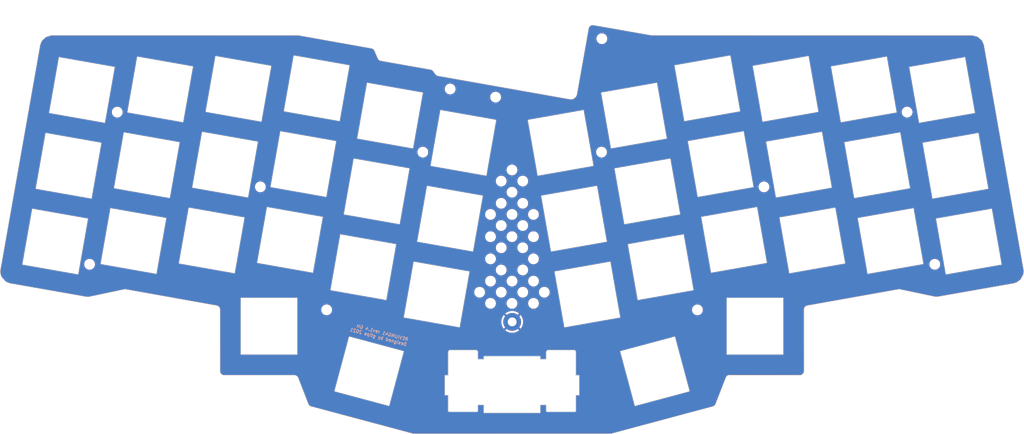
<source format=kicad_pcb>
(kicad_pcb (version 20221018) (generator pcbnew)
  (title_block (title "REVIUNG41 TOP PLATE") (date "2021-06-24") (rev "1.4"))
  (layers (0 "F.Cu" signal) (31 "B.Cu" signal) (34 "B.Paste" user) (35 "F.Paste" user) (36 "B.SilkS" user "B.Silkscreen") (37 "F.SilkS" user "F.Silkscreen") (38 "B.Mask" user) (39 "F.Mask" user) (44 "Edge.Cuts" user))
  (net 0 "")
  (net 1 "GND")
  (footprint "MountingHole:MountingHole_2.2mm_M2_Pad" (layer "F.Cu") (at 144.8 118.86)
    (fp_text reference "H1" hide)
    (fp_text value "MountingHole_Pad" hide)
    (pad "1" thru_hole circle (at 0 0) (size 4.4 4.4) (drill 2.2) (layers "*.Cu" "*.Mask") (net 1 "GND"))
  )
  (footprint "MountingHole:MountingHole_2.2mm_M2" (layer "F.Cu") (at 47.05 66.95)
    (fp_text reference "H11" hide)
    (fp_text value "MountingHole_2.2mm_M2" hide)
    (pad "" np_thru_hole circle (at 0 0) (size 2.2 2.2) (drill 2.2) (layers "*.Cu" "*.Mask"))
  )
  (footprint "MountingHole:MountingHole_2.2mm_M2" (layer "F.Cu") (at 40.2 104.61)
    (fp_text reference "H2" hide)
    (fp_text value "MountingHole_2.2mm_M2" hide)
    (pad "" np_thru_hole circle (at 0 0) (size 2.2 2.2) (drill 2.2) (layers "*.Cu" "*.Mask"))
  )
  (footprint "MountingHole:MountingHole_2.2mm_M2" (layer "F.Cu") (at 82.48 85.45)
    (fp_text reference "H3" hide)
    (fp_text value "MountingHole_2.2mm_M2" hide)
    (pad "" np_thru_hole circle (at 0 0) (size 2.2 2.2) (drill 2.2) (layers "*.Cu" "*.Mask"))
  )
  (footprint "MountingHole:MountingHole_2.2mm_M2" (layer "F.Cu") (at 122.69 76.85)
    (fp_text reference "H4" hide)
    (fp_text value "MountingHole_2.2mm_M2" hide)
    (pad "" np_thru_hole circle (at 0 0) (size 2.2 2.2) (drill 2.2) (layers "*.Cu" "*.Mask"))
  )
  (footprint "MountingHole:MountingHole_2.2mm_M2" (layer "F.Cu") (at 98.88 115.88)
    (fp_text reference "H5" hide)
    (fp_text value "MountingHole_2.2mm_M2" hide)
    (pad "" np_thru_hole circle (at 0 0) (size 2.2 2.2) (drill 2.2) (layers "*.Cu" "*.Mask"))
  )
  (footprint "MountingHole:MountingHole_2.2mm_M2" (layer "F.Cu") (at 166.91 76.84)
    (fp_text reference "H6" hide)
    (fp_text value "MountingHole_2.2mm_M2" hide)
    (pad "" np_thru_hole circle (at 0 0) (size 2.2 2.2) (drill 2.2) (layers "*.Cu" "*.Mask"))
  )
  (footprint "MountingHole:MountingHole_2.2mm_M2" (layer "F.Cu") (at 190.65 115.89)
    (fp_text reference "H7" hide)
    (fp_text value "MountingHole_2.2mm_M2" hide)
    (pad "" np_thru_hole circle (at 0 0) (size 2.2 2.2) (drill 2.2) (layers "*.Cu" "*.Mask"))
  )
  (footprint "MountingHole:MountingHole_2.2mm_M2" (layer "F.Cu") (at 207.12 85.45)
    (fp_text reference "H8" hide)
    (fp_text value "MountingHole_2.2mm_M2" hide)
    (pad "" np_thru_hole circle (at 0 0) (size 2.2 2.2) (drill 2.2) (layers "*.Cu" "*.Mask"))
  )
  (footprint "MountingHole:MountingHole_2.2mm_M2" (layer "F.Cu") (at 242.54 66.94)
    (fp_text reference "H9" hide)
    (fp_text value "MountingHole_2.2mm_M2" hide)
    (pad "" np_thru_hole circle (at 0 0) (size 2.2 2.2) (drill 2.2) (layers "*.Cu" "*.Mask"))
  )
  (footprint "MountingHole:MountingHole_2.2mm_M2" (layer "F.Cu") (at 249.4 104.61)
    (fp_text reference "H10" hide)
    (fp_text value "MountingHole_2.2mm_M2" hide)
    (pad "" np_thru_hole circle (at 0 0) (size 2.2 2.2) (drill 2.2) (layers "*.Cu" "*.Mask"))
  )
  (footprint "_reviung-kbd:HOLE_2.2mm" (layer "F.Cu") (at 167 48.77)
    (fp_text reference "H14" hide)
    (fp_text value "H14" hide)
    (pad "" np_thru_hole circle (at 0 0) (size 2.2 2.2) (drill 2.2) (layers "*.Cu" "*.Mask"))
  )
  (footprint "_reviung-kbd:HOLE_2.2mm" (layer "F.Cu") (at 129.45 61.22)
    (fp_text reference "H12" hide)
    (fp_text value "H12" hide)
    (pad "" np_thru_hole circle (at 0 0) (size 2.2 2.2) (drill 2.2) (layers "*.Cu" "*.Mask"))
  )
  (footprint "_reviung-kbd:HOLE_2.2mm" (layer "F.Cu") (at 140.7 63.23)
    (fp_text reference "H13" hide)
    (fp_text value "H13" hide)
    (pad "" np_thru_hole circle (at 0 0) (size 2.2 2.2) (drill 2.2) (layers "*.Cu" "*.Mask"))
  )
  (footprint "_reviung-kbd:HOLE_2.2mm" (layer "F.Cu") (at 144.75 81.26)
    (fp_text reference "Ref**")
    (fp_text value "Val**")
    (pad "" np_thru_hole circle (at 0 0) (size 2.2 2.2) (drill 2.2) (layers "*.Cu" "*.Mask"))
  )
  (footprint "_reviung-kbd:HOLE_2.2mm" (layer "F.Cu") (at 142.08 84.01)
    (fp_text reference "Ref**")
    (fp_text value "Val**")
    (pad "" np_thru_hole circle (at 0 0) (size 2.2 2.2) (drill 2.2) (layers "*.Cu" "*.Mask"))
  )
  (footprint "_reviung-kbd:HOLE_2.2mm" (layer "F.Cu") (at 147.42 84.01)
    (fp_text reference "Ref**")
    (fp_text value "Val**")
    (pad "" np_thru_hole circle (at 0 0) (size 2.2 2.2) (drill 2.2) (layers "*.Cu" "*.Mask"))
  )
  (footprint "_reviung-kbd:HOLE_2.2mm" (layer "F.Cu") (at 144.76 86.77)
    (fp_text reference "Ref**")
    (fp_text value "Val**")
    (pad "" np_thru_hole circle (at 0 0) (size 2.2 2.2) (drill 2.2) (layers "*.Cu" "*.Mask"))
  )
  (footprint "_reviung-kbd:HOLE_2.2mm" (layer "F.Cu") (at 142.08 89.51)
    (fp_text reference "Ref**")
    (fp_text value "Val**")
    (pad "" np_thru_hole circle (at 0 0) (size 2.2 2.2) (drill 2.2) (layers "*.Cu" "*.Mask"))
  )
  (footprint "_reviung-kbd:HOLE_2.2mm" (layer "F.Cu") (at 147.42 89.51)
    (fp_text reference "Ref**")
    (fp_text value "Val**")
    (pad "" np_thru_hole circle (at 0 0) (size 2.2 2.2) (drill 2.2) (layers "*.Cu" "*.Mask"))
  )
  (footprint "_reviung-kbd:HOLE_2.2mm" (layer "F.Cu") (at 139.44 92.27)
    (fp_text reference "Ref**")
    (fp_text value "Val**")
    (pad "" np_thru_hole circle (at 0 0) (size 2.2 2.2) (drill 2.2) (layers "*.Cu" "*.Mask"))
  )
  (footprint "_reviung-kbd:HOLE_2.2mm" (layer "F.Cu") (at 144.76 92.27)
    (fp_text reference "Ref**")
    (fp_text value "Val**")
    (pad "" np_thru_hole circle (at 0 0) (size 2.2 2.2) (drill 2.2) (layers "*.Cu" "*.Mask"))
  )
  (footprint "_reviung-kbd:HOLE_2.2mm" (layer "F.Cu") (at 150.07 92.27)
    (fp_text reference "Ref**")
    (fp_text value "Val**")
    (pad "" np_thru_hole circle (at 0 0) (size 2.2 2.2) (drill 2.2) (layers "*.Cu" "*.Mask"))
  )
  (footprint "_reviung-kbd:HOLE_2.2mm" (layer "F.Cu") (at 142.08 95.01)
    (fp_text reference "Ref**")
    (fp_text value "Val**")
    (pad "" np_thru_hole circle (at 0 0) (size 2.2 2.2) (drill 2.2) (layers "*.Cu" "*.Mask"))
  )
  (footprint "_reviung-kbd:HOLE_2.2mm" (layer "F.Cu") (at 147.42 95.01)
    (fp_text reference "Ref**")
    (fp_text value "Val**")
    (pad "" np_thru_hole circle (at 0 0) (size 2.2 2.2) (drill 2.2) (layers "*.Cu" "*.Mask"))
  )
  (footprint "_reviung-kbd:HOLE_2.2mm" (layer "F.Cu") (at 139.44 97.77)
    (fp_text reference "Ref**")
    (fp_text value "Val**")
    (pad "" np_thru_hole circle (at 0 0) (size 2.2 2.2) (drill 2.2) (layers "*.Cu" "*.Mask"))
  )
  (footprint "_reviung-kbd:HOLE_2.2mm" (layer "F.Cu") (at 144.75 97.77)
    (fp_text reference "Ref**")
    (fp_text value "Val**")
    (pad "" np_thru_hole circle (at 0 0) (size 2.2 2.2) (drill 2.2) (layers "*.Cu" "*.Mask"))
  )
  (footprint "_reviung-kbd:HOLE_2.2mm" (layer "F.Cu") (at 150.07 97.77)
    (fp_text reference "Ref**")
    (fp_text value "Val**")
    (pad "" np_thru_hole circle (at 0 0) (size 2.2 2.2) (drill 2.2) (layers "*.Cu" "*.Mask"))
  )
  (footprint "_reviung-kbd:HOLE_2.2mm" (layer "F.Cu") (at 142.09 100.51)
    (fp_text reference "Ref**")
    (fp_text value "Val**")
    (pad "" np_thru_hole circle (at 0 0) (size 2.2 2.2) (drill 2.2) (layers "*.Cu" "*.Mask"))
  )
  (footprint "_reviung-kbd:HOLE_2.2mm" (layer "F.Cu") (at 147.42 100.51)
    (fp_text reference "Ref**")
    (fp_text value "Val**")
    (pad "" np_thru_hole circle (at 0 0) (size 2.2 2.2) (drill 2.2) (layers "*.Cu" "*.Mask"))
  )
  (footprint "_reviung-kbd:HOLE_2.2mm" (layer "F.Cu") (at 139.44 103.27)
    (fp_text reference "Ref**")
    (fp_text value "Val**")
    (pad "" np_thru_hole circle (at 0 0) (size 2.2 2.2) (drill 2.2) (layers "*.Cu" "*.Mask"))
  )
  (footprint "_reviung-kbd:HOLE_2.2mm" (layer "F.Cu") (at 150.07 103.27)
    (fp_text reference "Ref**")
    (fp_text value "Val**")
    (pad "" np_thru_hole circle (at 0 0) (size 2.2 2.2) (drill 2.2) (layers "*.Cu" "*.Mask"))
  )
  (footprint "_reviung-kbd:HOLE_2.2mm" (layer "F.Cu") (at 142.08 106.02)
    (fp_text reference "Ref**")
    (fp_text value "Val**")
    (pad "" np_thru_hole circle (at 0 0) (size 2.2 2.2) (drill 2.2) (layers "*.Cu" "*.Mask"))
  )
  (footprint "_reviung-kbd:HOLE_2.2mm" (layer "F.Cu") (at 147.42 106.01)
    (fp_text reference "Ref**")
    (fp_text value "Val**")
    (pad "" np_thru_hole circle (at 0 0) (size 2.2 2.2) (drill 2.2) (layers "*.Cu" "*.Mask"))
  )
  (footprint "_reviung-kbd:HOLE_2.2mm" (layer "F.Cu") (at 139.44 108.77)
    (fp_text reference "Ref**")
    (fp_text value "Val**")
    (pad "" np_thru_hole circle (at 0 0) (size 2.2 2.2) (drill 2.2) (layers "*.Cu" "*.Mask"))
  )
  (footprint "_reviung-kbd:HOLE_2.2mm" (layer "F.Cu") (at 144.76 108.77)
    (fp_text reference "Ref**")
    (fp_text value "Val**")
    (pad "" np_thru_hole circle (at 0 0) (size 2.2 2.2) (drill 2.2) (layers "*.Cu" "*.Mask"))
  )
  (footprint "_reviung-kbd:HOLE_2.2mm" (layer "F.Cu") (at 150.08 108.77)
    (fp_text reference "Ref**")
    (fp_text value "Val**")
    (pad "" np_thru_hole circle (at 0 0) (size 2.2 2.2) (drill 2.2) (layers "*.Cu" "*.Mask"))
  )
  (footprint "_reviung-kbd:HOLE_2.2mm" (layer "F.Cu") (at 136.74 111.52)
    (fp_text reference "Ref**")
    (fp_text value "Val**")
    (pad "" np_thru_hole circle (at 0 0) (size 2.2 2.2) (drill 2.2) (layers "*.Cu" "*.Mask"))
  )
  (footprint "_reviung-kbd:HOLE_2.2mm" (layer "F.Cu") (at 142.08 111.52)
    (fp_text reference "Ref**")
    (fp_text value "Val**")
    (pad "" np_thru_hole circle (at 0 0) (size 2.2 2.2) (drill 2.2) (layers "*.Cu" "*.Mask"))
  )
  (footprint "_reviung-kbd:HOLE_2.2mm" (layer "F.Cu") (at 147.43 111.52)
    (fp_text reference "Ref**")
    (fp_text value "Val**")
    (pad "" np_thru_hole circle (at 0 0) (size 2.2 2.2) (drill 2.2) (layers "*.Cu" "*.Mask"))
  )
  (footprint "_reviung-kbd:HOLE_2.2mm" (layer "F.Cu") (at 152.75 111.52)
    (fp_text reference "Ref**")
    (fp_text value "Val**")
    (pad "" np_thru_hole circle (at 0 0) (size 2.2 2.2) (drill 2.2) (layers "*.Cu" "*.Mask"))
  )
  (footprint "_reviung-kbd:HOLE_2.2mm" (layer "F.Cu") (at 150.08 114.28)
    (fp_text reference "Ref**")
    (fp_text value "Val**")
    (pad "" np_thru_hole circle (at 0 0) (size 2.2 2.2) (drill 2.2) (layers "*.Cu" "*.Mask"))
  )
  (footprint "_reviung-kbd:HOLE_2.2mm" (layer "F.Cu") (at 144.75 114.28)
    (fp_text reference "Ref**")
    (fp_text value "Val**")
    (pad "" np_thru_hole circle (at 0 0) (size 2.2 2.2) (drill 2.2) (layers "*.Cu" "*.Mask"))
  )
  (footprint "_reviung-kbd:HOLE_2.2mm" (layer "F.Cu") (at 139.44 114.27)
    (fp_text reference "Ref**")
    (fp_text value "Val**")
    (pad "" np_thru_hole circle (at 0 0) (size 2.2 2.2) (drill 2.2) (layers "*.Cu" "*.Mask"))
  )
  (gr_curve (pts (xy 39.805365 93.303907) (xy 39.805365 93.303907) (xy 37.37429 107.0912) (xy 37.37429 107.0912)) (stroke (width 0.1)) (layer "Edge.Cuts"))
  (gr_curve (pts (xy 84.123138 90.45632) (xy 84.123138 90.45632) (xy 97.910432 92.887395) (xy 97.910432 92.887395)) (stroke (width 0.1)) (layer "Edge.Cuts"))
  (gr_curve (pts (xy 245.526378 69.571074) (xy 245.526378 69.571074) (xy 243.095304 55.783759) (xy 243.095304 55.783759)) (stroke (width 0.1)) (layer "Edge.Cuts"))
  (gr_curve (pts (xy 240.822251 71.974438) (xy 240.822251 71.974438) (xy 243.253326 85.761753) (xy 243.253326 85.761753)) (stroke (width 0.1)) (layer "Edge.Cuts"))
  (gr_curve (pts (xy 102.09534 69.153529) (xy 102.09534 69.153529) (xy 88.308046 66.722454) (xy 88.308046 66.722454)) (stroke (width 0.1)) (layer "Edge.Cuts"))
  (gr_curve (pts (xy 29.326052 72.112242) (xy 29.326052 72.112242) (xy 43.113367 74.543316) (xy 43.113367 74.543316)) (stroke (width 0.1)) (layer "Edge.Cuts"))
  (gr_curve (pts (xy 180.62472 59.690993) (xy 180.62472 59.690993) (xy 183.055794 73.478308) (xy 183.055794 73.478308)) (stroke (width 0.1)) (layer "Edge.Cuts"))
  (gr_curve (pts (xy 88.308046 66.722454) (xy 88.308046 66.722454) (xy 90.739121 52.935139) (xy 90.739121 52.935139)) (stroke (width 0.1)) (layer "Edge.Cuts"))
  (gr_curve (pts (xy 227.034936 74.405512) (xy 227.034936 74.405512) (xy 240.822251 71.974438) (xy 240.822251 71.974438)) (stroke (width 0.1)) (layer "Edge.Cuts"))
  (gr_curve (pts (xy 160.806571 62.516617) (xy 160.661059 63.331102) (xy 159.883501 63.873963) (xy 159.068736 63.729872)) (stroke (width 0.1)) (layer "Edge.Cuts"))
  (gr_curve (pts (xy 169.087892 103.966994) (xy 169.087892 103.966994) (xy 171.518966 117.754309) (xy 171.518966 117.754309)) (stroke (width 0.1)) (layer "Edge.Cuts"))
  (gr_curve (pts (xy 120.42876 103.96596) (xy 120.42876 103.96596) (xy 134.216075 106.397035) (xy 134.216075 106.397035)) (stroke (width 0.1)) (layer "Edge.Cuts"))
  (gr_curve (pts (xy 52.002403 53.212814) (xy 52.002403 53.212814) (xy 65.789696 55.643888) (xy 65.789696 55.643888)) (stroke (width 0.1)) (layer "Edge.Cuts"))
  (gr_curve (pts (xy 136.306861 126.343621) (xy 136.306861 126.343621) (xy 136.306861 128.128482) (xy 136.306861 128.128482)) (stroke (width 0.1)) (layer "Edge.Cuts"))
  (gr_curve (pts (xy 164.902983 80.233128) (xy 164.902983 80.233128) (xy 151.115668 82.664203) (xy 151.115668 82.664203)) (stroke (width 0.1)) (layer "Edge.Cuts"))
  (gr_curve (pts (xy 155.300576 106.398069) (xy 155.300576 106.398069) (xy 169.087892 103.966994) (xy 169.087892 103.966994)) (stroke (width 0.1)) (layer "Edge.Cuts"))
  (gr_curve (pts (xy 166.837404 62.122068) (xy 166.837404 62.122068) (xy 180.62472 59.690993) (xy 180.62472 59.690993)) (stroke (width 0.1)) (layer "Edge.Cuts"))
  (gr_curve (pts (xy 106.460857 73.477274) (xy 106.460857 73.477274) (xy 108.891932 59.689959) (xy 108.891932 59.689959)) (stroke (width 0.1)) (layer "Edge.Cuts"))
  (gr_curve (pts (xy 201.208627 66.723488) (xy 201.208627 66.723488) (xy 187.421312 69.154562) (xy 187.421312 69.154562)) (stroke (width 0.1)) (layer "Edge.Cuts"))
  (gr_curve (pts (xy 23.586975 104.660126) (xy 23.586975 104.660126) (xy 26.01805 90.872832) (xy 26.01805 90.872832)) (stroke (width 0.1)) (layer "Edge.Cuts"))
  (gr_curve (pts (xy 171.548788 126.127032) (xy 171.548788 126.127032) (xy 185.071757 122.503567) (xy 185.071757 122.503567)) (stroke (width 0.1)) (layer "Edge.Cuts"))
  (gr_curve (pts (xy 65.631696 85.62186) (xy 65.631696 85.62186) (xy 68.06277 71.834567) (xy 68.06277 71.834567)) (stroke (width 0.1)) (layer "Edge.Cuts"))
  (gr_curve (pts (xy 137.765083 127.38038) (xy 137.765083 127.38038) (xy 151.765069 127.38038) (xy 151.765069 127.38038)) (stroke (width 0.1)) (layer "Edge.Cuts"))
  (gr_curve (pts (xy 268.951004 109.358332) (xy 270.582924 109.070838) (xy 271.672694 107.51471) (xy 271.384942 105.882855)) (stroke (width 0.1)) (layer "Edge.Cuts"))
  (gr_curve (pts (xy 153.243058 128.128482) (xy 153.243058 128.128482) (xy 153.243058 126.343621) (xy 153.243058 126.343621)) (stroke (width 0.1)) (layer "Edge.Cuts"))
  (gr_curve (pts (xy 197.9 112.92) (xy 197.9 112.92) (xy 211.900007 112.92) (xy 211.900007 112.92)) (stroke (width 0.1)) (layer "Edge.Cuts"))
  (gr_curve (pts (xy 226.15803 69.432237) (xy 226.15803 69.432237) (xy 223.726955 55.644922) (xy 223.726955 55.644922)) (stroke (width 0.1)) (layer "Edge.Cuts"))
  (gr_curve (pts (xy 204.358585 55.506085) (xy 204.358585 55.506085) (xy 218.1459 53.07501) (xy 218.1459 53.07501)) (stroke (width 0.1)) (layer "Edge.Cuts"))
  (gr_curve (pts (xy 223.726955 55.644922) (xy 223.726955 55.644922) (xy 237.514249 53.213847) (xy 237.514249 53.213847)) (stroke (width 0.1)) (layer "Edge.Cuts"))
  (gr_curve (pts (xy 246.561306 104.522343) (xy 246.561306 104.522343) (xy 232.774013 106.953418) (xy 232.774013 106.953418)) (stroke (width 0.1)) (layer "Edge.Cuts"))
  (gr_curve (pts (xy 100.823023 136.027806) (xy 100.823023 136.027806) (xy 104.446488 122.504837) (xy 104.446488 122.504837)) (stroke (width 0.1)) (layer "Edge.Cuts"))
  (gr_curve (pts (xy 30.202958 67.138945) (xy 30.202958 67.138945) (xy 32.634033 53.351651) (xy 32.634033 53.351651)) (stroke (width 0.1)) (layer "Edge.Cuts"))
  (gr_curve (pts (xy 211.900007 112.92) (xy 211.900007 112.92) (xy 211.900007 126.919986) (xy 211.900007 126.919986)) (stroke (width 0.1)) (layer "Edge.Cuts"))
  (gr_curve (pts (xy 63.358622 69.431182) (xy 63.358622 69.431182) (xy 49.571328 67.000107) (xy 49.571328 67.000107)) (stroke (width 0.1)) (layer "Edge.Cuts"))
  (gr_curve (pts (xy 151.115668 82.664203) (xy 151.115668 82.664203) (xy 148.684593 68.876888) (xy 148.684593 68.876888)) (stroke (width 0.1)) (layer "Edge.Cuts"))
  (gr_curve (pts (xy 162.471909 66.445813) (xy 162.471909 66.445813) (xy 164.902983 80.233128) (xy 164.902983 80.233128)) (stroke (width 0.1)) (layer "Edge.Cuts"))
  (gr_curve (pts (xy 240.982556 110.869996) (xy 240.982556 110.869996) (xy 249.399678 112.655223) (xy 249.399678 112.655223)) (stroke (width 0.1)) (layer "Edge.Cuts"))
  (gr_curve (pts (xy 160.558438 136.989074) (xy 160.558438 136.989074) (xy 160.558438 140.858454) (xy 160.558438 140.858454)) (stroke (width 0.1)) (layer "Edge.Cuts"))
  (gr_curve (pts (xy 168.210964 98.993719) (xy 168.210964 98.993719) (xy 154.423649 101.424793) (xy 154.423649 101.424793)) (stroke (width 0.1)) (layer "Edge.Cuts"))
  (gr_curve (pts (xy 175.884462 113.430564) (xy 175.884462 113.430564) (xy 173.453387 99.643248) (xy 173.453387 99.643248)) (stroke (width 0.1)) (layer "Edge.Cuts"))
  (gr_curve (pts (xy 116.063264 99.642215) (xy 116.063264 99.642215) (xy 113.632189 113.429509) (xy 113.632189 113.429509)) (stroke (width 0.1)) (layer "Edge.Cuts"))
  (gr_curve (pts (xy 62.323693 104.382451) (xy 62.323693 104.382451) (xy 64.754768 90.595157) (xy 64.754768 90.595157)) (stroke (width 0.1)) (layer "Edge.Cuts"))
  (gr_curve (pts (xy 185.071757 122.503567) (xy 185.071757 122.503567) (xy 188.695222 136.026536) (xy 188.695222 136.026536)) (stroke (width 0.1)) (layer "Edge.Cuts"))
  (gr_curve (pts (xy 260.190599 72.113275) (xy 260.190599 72.113275) (xy 262.621674 85.90059) (xy 262.621674 85.90059)) (stroke (width 0.1)) (layer "Edge.Cuts"))
  (gr_curve (pts (xy 95.014915 139.804621) (xy 95.014915 139.804621) (xy 120.201254 146.535929) (xy 120.201254 146.535929)) (stroke (width 0.1)) (layer "Edge.Cuts"))
  (gr_curve (pts (xy 170.145407 80.882658) (xy 170.145407 80.882658) (xy 183.932722 78.451583) (xy 183.932722 78.451583)) (stroke (width 0.1)) (layer "Edge.Cuts"))
  (gr_curve (pts (xy 224.761883 90.596191) (xy 224.761883 90.596191) (xy 227.192958 104.383506) (xy 227.192958 104.383506)) (stroke (width 0.1)) (layer "Edge.Cuts"))
  (gr_curve (pts (xy 160.308432 141.108461) (xy 160.308432 141.108461) (xy 153.493064 141.108461) (xy 153.493064 141.108461)) (stroke (width 0.1)) (layer "Edge.Cuts"))
  (gr_curve (pts (xy 26.894977 85.899535) (xy 26.894977 85.899535) (xy 29.326052 72.112242) (xy 29.326052 72.112242)) (stroke (width 0.1)) (layer "Edge.Cuts"))
  (gr_curve (pts (xy 191.60622 92.888428) (xy 191.60622 92.888428) (xy 205.393535 90.457353) (xy 205.393535 90.457353)) (stroke (width 0.1)) (layer "Edge.Cuts"))
  (gr_curve (pts (xy 217.885322 114.843333) (xy 217.885322 114.843333) (xy 240.216194 110.857594) (xy 240.216194 110.857594)) (stroke (width 0.1)) (layer "Edge.Cuts"))
  (gr_curve (pts (xy 124.613668 80.232073) (xy 124.613668 80.232073) (xy 127.044743 66.44478) (xy 127.044743 66.44478)) (stroke (width 0.1)) (layer "Edge.Cuts"))
  (gr_curve (pts (xy 187.240703 97.212174) (xy 187.240703 97.212174) (xy 189.671777 110.999489) (xy 189.671777 110.999489)) (stroke (width 0.1)) (layer "Edge.Cuts"))
  (gr_curve (pts (xy 48.599553 110.871654) (xy 48.851454 110.818535) (xy 49.111235 110.814552) (xy 49.364644 110.859919)) (stroke (width 0.1)) (layer "Edge.Cuts"))
  (gr_curve (pts (xy 210.974568 93.027265) (xy 210.974568 93.027265) (xy 224.761883 90.596191) (xy 224.761883 90.596191)) (stroke (width 0.1)) (layer "Edge.Cuts"))
  (gr_curve (pts (xy 211.900007 126.919986) (xy 211.900007 126.919986) (xy 197.9 126.919986) (xy 197.9 126.919986)) (stroke (width 0.1)) (layer "Edge.Cuts"))
  (gr_curve (pts (xy 71.370751 53.073976) (xy 71.370751 53.073976) (xy 85.158066 55.505051) (xy 85.158066 55.505051)) (stroke (width 0.1)) (layer "Edge.Cuts"))
  (gr_curve (pts (xy 134.216075 106.397035) (xy 134.216075 106.397035) (xy 131.785 120.184329) (xy 131.785 120.184329)) (stroke (width 0.1)) (layer "Edge.Cuts"))
  (gr_curve (pts (xy 43.113367 74.543316) (xy 43.113367 74.543316) (xy 40.682293 88.33061) (xy 40.682293 88.33061)) (stroke (width 0.1)) (layer "Edge.Cuts"))
  (gr_curve (pts (xy 187.421312 69.154562) (xy 187.421312 69.154562) (xy 184.990237 55.367247) (xy 184.990237 55.367247)) (stroke (width 0.1)) (layer "Edge.Cuts"))
  (gr_curve (pts (xy 197.9 126.919986) (xy 197.9 126.919986) (xy 197.9 112.92) (xy 197.9 112.92)) (stroke (width 0.1)) (layer "Edge.Cuts"))
  (gr_curve (pts (xy 26.01805 90.872832) (xy 26.01805 90.872832) (xy 39.805365 93.303907) (xy 39.805365 93.303907)) (stroke (width 0.1)) (layer "Edge.Cuts"))
  (gr_curve (pts (xy 237.514249 53.213847) (xy 237.514249 53.213847) (xy 239.945324 67.001162) (xy 239.945324 67.001162)) (stroke (width 0.1)) (layer "Edge.Cuts"))
  (gr_curve (pts (xy 128.98192 136.989074) (xy 128.98192 136.989074) (xy 128.146549 136.989074) (xy 128.146549 136.989074)) (stroke (width 0.1)) (layer "Edge.Cuts"))
  (gr_curve (pts (xy 116.94017 94.668918) (xy 116.94017 94.668918) (xy 103.152876 92.237843) (xy 103.152876 92.237843)) (stroke (width 0.1)) (layer "Edge.Cuts"))
  (gr_curve (pts (xy 218.1459 53.07501) (xy 218.1459 53.07501) (xy 220.576975 66.862325) (xy 220.576975 66.862325)) (stroke (width 0.1)) (layer "Edge.Cuts"))
  (gr_curve (pts (xy 206.78966 69.2934) (xy 206.78966 69.2934) (xy 204.358585 55.506085) (xy 204.358585 55.506085)) (stroke (width 0.1)) (layer "Edge.Cuts"))
  (gr_curve (pts (xy 137.765083 141.380365) (xy 137.765083 141.380365) (xy 137.765083 139.399349) (xy 137.765083 139.399349)) (stroke (width 0.1)) (layer "Edge.Cuts"))
  (gr_curve (pts (xy 217.061018 131.088185) (xy 217.061018 131.088185) (xy 217.061018 115.827769) (xy 217.061018 115.827769)) (stroke (width 0.1)) (layer "Edge.Cuts"))
  (gr_curve (pts (xy 165.779889 85.206404) (xy 165.779889 85.206404) (xy 168.210964 98.993719) (xy 168.210964 98.993719)) (stroke (width 0.1)) (layer "Edge.Cuts"))
  (gr_curve (pts (xy 91.827599 132.726285) (xy 91.827599 132.726285) (xy 94.340904 139.200416) (xy 94.340904 139.200416)) (stroke (width 0.1)) (layer "Edge.Cuts"))
  (gr_curve (pts (xy 160.058425 125.843609) (xy 160.334571 125.843609) (xy 160.558438 126.067475) (xy 160.558438 126.343621)) (stroke (width 0.1)) (layer "Edge.Cuts"))
  (gr_curve (pts (xy 197.708561 132.727017) (xy 197.85769 132.341985) (xy 198.228146 132.088189) (xy 198.641062 132.088189)) (stroke (width 0.1)) (layer "Edge.Cuts"))
  (gr_curve (pts (xy 85.158066 55.505051) (xy 85.158066 55.505051) (xy 82.726991 69.292366) (xy 82.726991 69.292366)) (stroke (width 0.1)) (layer "Edge.Cuts"))
  (gr_curve (pts (xy 188.695222 136.026536) (xy 188.695222 136.026536) (xy 175.172253 139.650001) (xy 175.172253 139.650001)) (stroke (width 0.1)) (layer "Edge.Cuts"))
  (gr_curve (pts (xy 112.30923 54.224466) (xy 111.978156 54.166029) (xy 111.69863 53.945133) (xy 111.565218 53.63656)) (stroke (width 0.1)) (layer "Edge.Cuts"))
  (gr_curve (pts (xy 40.138463 112.655955) (xy 40.138463 112.655955) (xy 48.599553 110.871654) (xy 48.599553 110.871654)) (stroke (width 0.1)) (layer "Edge.Cuts"))
  (gr_curve (pts (xy 175.172253 139.650001) (xy 175.172253 139.650001) (xy 171.548788 126.127032) (xy 171.548788 126.127032)) (stroke (width 0.1)) (layer "Edge.Cuts"))
  (gr_curve (pts (xy 153.743049 125.843609) (xy 153.743049 125.843609) (xy 160.058425 125.843609) (xy 160.058425 125.843609)) (stroke (width 0.1)) (layer "Edge.Cuts"))
  (gr_curve (pts (xy 122.679247 62.121034) (xy 122.679247 62.121034) (xy 120.248172 75.908349) (xy 120.248172 75.908349)) (stroke (width 0.1)) (layer "Edge.Cuts"))
  (gr_curve (pts (xy 91.618008 126.919986) (xy 91.618008 126.919986) (xy 77.618001 126.919986) (xy 77.618001 126.919986)) (stroke (width 0.1)) (layer "Edge.Cuts"))
  (gr_curve (pts (xy 195.201543 139.200072) (xy 195.201543 139.200072) (xy 197.708561 132.727017) (xy 197.708561 132.727017)) (stroke (width 0.1)) (layer "Edge.Cuts"))
  (gr_curve (pts (xy 90.895377 132.088189) (xy 91.308014 132.088189) (xy 91.678275 132.34164) (xy 91.827599 132.726285)) (stroke (width 0.1)) (layer "Edge.Cuts"))
  (gr_curve (pts (xy 120.248172 75.908349) (xy 120.248172 75.908349) (xy 106.460857 73.477274) (xy 106.460857 73.477274)) (stroke (width 0.1)) (layer "Edge.Cuts"))
  (gr_curve (pts (xy 207.82461 104.244669) (xy 207.82461 104.244669) (xy 194.037295 106.675743) (xy 194.037295 106.675743)) (stroke (width 0.1)) (layer "Edge.Cuts"))
  (gr_curve (pts (xy 85.000044 85.483045) (xy 85.000044 85.483045) (xy 87.431119 71.695729) (xy 87.431119 71.695729)) (stroke (width 0.1)) (layer "Edge.Cuts"))
  (gr_curve (pts (xy 101.218434 74.126804) (xy 101.218434 74.126804) (xy 98.787359 87.914119) (xy 98.787359 87.914119)) (stroke (width 0.1)) (layer "Edge.Cuts"))
  (gr_curve (pts (xy 252.142361 107.092234) (xy 252.142361 107.092234) (xy 249.711286 93.30494) (xy 249.711286 93.30494)) (stroke (width 0.1)) (layer "Edge.Cuts"))
  (gr_curve (pts (xy 62.481716 74.404479) (xy 62.481716 74.404479) (xy 60.050641 88.191773) (xy 60.050641 88.191773)) (stroke (width 0.1)) (layer "Edge.Cuts"))
  (gr_curve (pts (xy 136.306861 139.399349) (xy 136.306861 139.399349) (xy 136.306861 140.858454) (xy 136.306861 140.858454)) (stroke (width 0.1)) (layer "Edge.Cuts"))
  (gr_curve (pts (xy 169.268479 75.909383) (xy 169.268479 75.909383) (xy 166.837404 62.122068) (xy 166.837404 62.122068)) (stroke (width 0.1)) (layer "Edge.Cuts"))
  (gr_curve (pts (xy 90.739121 52.935139) (xy 90.739121 52.935139) (xy 104.526415 55.366214) (xy 104.526415 55.366214)) (stroke (width 0.1)) (layer "Edge.Cuts"))
  (gr_curve (pts (xy 117.969457 126.128303) (xy 117.969457 126.128303) (xy 114.345992 139.651271) (xy 114.345992 139.651271)) (stroke (width 0.1)) (layer "Edge.Cuts"))
  (gr_curve (pts (xy 87.431119 71.695729) (xy 87.431119 71.695729) (xy 101.218434 74.126804) (xy 101.218434 74.126804)) (stroke (width 0.1)) (layer "Edge.Cuts"))
  (gr_curve (pts (xy 163.721251 46.202906) (xy 163.721251 46.202906) (xy 160.806571 62.516617) (xy 160.806571 62.516617)) (stroke (width 0.1)) (layer "Edge.Cuts"))
  (gr_curve (pts (xy 259.313693 67.14) (xy 259.313693 67.14) (xy 245.526378 69.571074) (xy 245.526378 69.571074)) (stroke (width 0.1)) (layer "Edge.Cuts"))
  (gr_curve (pts (xy 65.789696 55.643888) (xy 65.789696 55.643888) (xy 63.358622 69.431182) (xy 63.358622 69.431182)) (stroke (width 0.1)) (layer "Edge.Cuts"))
  (gr_curve (pts (xy 72.493185 131.088185) (xy 72.493185 131.640477) (xy 72.940896 132.088189) (xy 73.493188 132.088189)) (stroke (width 0.1)) (layer "Edge.Cuts"))
  (gr_curve (pts (xy 136.056854 141.108461) (xy 136.056854 141.108461) (xy 129.231905 141.108461) (xy 129.231905 141.108461)) (stroke (width 0.1)) (layer "Edge.Cuts"))
  (gr_curve (pts (xy 110.739171 51.726061) (xy 110.605975 51.417984) (xy 110.327094 51.197261) (xy 109.996623 51.138414)) (stroke (width 0.1)) (layer "Edge.Cuts"))
  (gr_curve (pts (xy 213.405643 106.814581) (xy 213.405643 106.814581) (xy 210.974568 93.027265) (xy 210.974568 93.027265)) (stroke (width 0.1)) (layer "Edge.Cuts"))
  (gr_curve (pts (xy 94.340904 139.200416) (xy 94.456336 139.497792) (xy 94.70673 139.72224) (xy 95.014915 139.804621)) (stroke (width 0.1)) (layer "Edge.Cuts"))
  (gr_curve (pts (xy 42.955345 104.521288) (xy 42.955345 104.521288) (xy 45.38642 90.733995) (xy 45.38642 90.733995)) (stroke (width 0.1)) (layer "Edge.Cuts"))
  (gr_curve (pts (xy 243.253326 85.761753) (xy 243.253326 85.761753) (xy 229.466011 88.192828) (xy 229.466011 88.192828)) (stroke (width 0.1)) (layer "Edge.Cuts"))
  (gr_curve (pts (xy 27.945968 50.412576) (xy 27.945968 50.412576) (xy 18.136856 105.881218) (xy 18.136856 105.881218)) (stroke (width 0.1)) (layer "Edge.Cuts"))
  (gr_curve (pts (xy 120.201254 146.535929) (xy 120.201254 146.535929) (xy 169.387916 146.535929) (xy 169.387916 146.535929)) (stroke (width 0.1)) (layer "Edge.Cuts"))
  (gr_curve (pts (xy 37.37429 107.0912) (xy 37.37429 107.0912) (xy 23.586975 104.660126) (xy 23.586975 104.660126)) (stroke (width 0.1)) (layer "Edge.Cuts"))
  (gr_curve (pts (xy 261.603627 50.414147) (xy 261.3508 48.980406) (xy 260.105096 47.935121) (xy 258.649221 47.935121)) (stroke (width 0.1)) (layer "Edge.Cuts"))
  (gr_curve (pts (xy 56.742639 106.952363) (xy 56.742639 106.952363) (xy 42.955345 104.521288) (xy 42.955345 104.521288)) (stroke (width 0.1)) (layer "Edge.Cuts"))
  (gr_curve (pts (xy 230.342938 93.166103) (xy 230.342938 93.166103) (xy 244.130232 90.735028) (xy 244.130232 90.735028)) (stroke (width 0.1)) (layer "Edge.Cuts"))
  (gr_curve (pts (xy 202.085533 71.696763) (xy 202.085533 71.696763) (xy 204.516608 85.484078) (xy 204.516608 85.484078)) (stroke (width 0.1)) (layer "Edge.Cuts"))
  (gr_curve (pts (xy 198.777552 52.936173) (xy 198.777552 52.936173) (xy 201.208627 66.723488) (xy 201.208627 66.723488)) (stroke (width 0.1)) (layer "Edge.Cuts"))
  (gr_curve (pts (xy 160.558438 126.343621) (xy 160.558438 126.343621) (xy 160.558438 132.098998) (xy 160.558438 132.098998)) (stroke (width 0.1)) (layer "Edge.Cuts"))
  (gr_curve (pts (xy 104.446488 122.504837) (xy 104.446488 122.504837) (xy 117.969457 126.128303) (xy 117.969457 126.128303)) (stroke (width 0.1)) (layer "Edge.Cuts"))
  (gr_curve (pts (xy 71.669376 114.85257) (xy 72.146113 114.937901) (xy 72.493185 115.352604) (xy 72.493185 115.83692)) (stroke (width 0.1)) (layer "Edge.Cuts"))
  (gr_curve (pts (xy 220.576975 66.862325) (xy 220.576975 66.862325) (xy 206.78966 69.2934) (xy 206.78966 69.2934)) (stroke (width 0.1)) (layer "Edge.Cuts"))
  (gr_curve (pts (xy 194.527682 139.804901) (xy 194.835932 139.722348) (xy 195.086283 139.497663) (xy 195.201543 139.200072)) (stroke (width 0.1)) (layer "Edge.Cuts"))
  (gr_curve (pts (xy 125.829916 57.570687) (xy 125.829916 57.570687) (xy 125.257729 56.791708) (xy 125.257729 56.791708)) (stroke (width 0.1)) (layer "Edge.Cuts"))
  (gr_curve (pts (xy 160.558438 132.098998) (xy 160.558438 132.098998) (xy 161.393788 132.098998) (xy 161.393788 132.098998)) (stroke (width 0.1)) (layer "Edge.Cuts"))
  (gr_curve (pts (xy 108.891932 59.689959) (xy 108.891932 59.689959) (xy 122.679247 62.121034) (xy 122.679247 62.121034)) (stroke (width 0.1)) (layer "Edge.Cuts"))
  (gr_curve (pts (xy 49.364644 110.859919) (xy 49.364644 110.859919) (xy 71.669376 114.85257) (xy 71.669376 114.85257)) (stroke (width 0.1)) (layer "Edge.Cuts"))
  (gr_curve (pts (xy 137.524077 87.636445) (xy 137.524077 87.636445) (xy 135.093003 101.423738) (xy 135.093003 101.423738)) (stroke (width 0.1)) (layer "Edge.Cuts"))
  (gr_curve (pts (xy 104.526415 55.366214) (xy 104.526415 55.366214) (xy 102.09534 69.153529) (xy 102.09534 69.153529)) (stroke (width 0.1)) (layer "Edge.Cuts"))
  (gr_curve (pts (xy 239.945324 67.001162) (xy 239.945324 67.001162) (xy 226.15803 69.432237) (xy 226.15803 69.432237)) (stroke (width 0.1)) (layer "Edge.Cuts"))
  (gr_curve (pts (xy 258.649221 47.935121) (xy 258.649221 47.935121) (xy 179.38989 47.935121) (xy 179.38989 47.935121)) (stroke (width 0.1)) (layer "Edge.Cuts"))
  (gr_curve (pts (xy 138.400983 82.663148) (xy 138.400983 82.663148) (xy 124.613668 80.232073) (xy 124.613668 80.232073)) (stroke (width 0.1)) (layer "Edge.Cuts"))
  (gr_curve (pts (xy 161.393788 132.098998) (xy 161.393788 132.098998) (xy 161.393788 136.989074) (xy 161.393788 136.989074)) (stroke (width 0.1)) (layer "Edge.Cuts"))
  (gr_curve (pts (xy 194.037295 106.675743) (xy 194.037295 106.675743) (xy 191.60622 92.888428) (xy 191.60622 92.888428)) (stroke (width 0.1)) (layer "Edge.Cuts"))
  (gr_curve (pts (xy 250.161625 112.668422) (xy 250.161625 112.668422) (xy 268.951004 109.358332) (xy 268.951004 109.358332)) (stroke (width 0.1)) (layer "Edge.Cuts"))
  (gr_curve (pts (xy 48.6944 71.973404) (xy 48.6944 71.973404) (xy 62.481716 74.404479) (xy 62.481716 74.404479)) (stroke (width 0.1)) (layer "Edge.Cuts"))
  (gr_curve (pts (xy 30.900138 47.934992) (xy 29.4448 47.934992) (xy 28.199377 48.979502) (xy 27.945968 50.412576)) (stroke (width 0.1)) (layer "Edge.Cuts"))
  (gr_curve (pts (xy 102.275949 97.21114) (xy 102.275949 97.21114) (xy 116.063264 99.642215) (xy 116.063264 99.642215)) (stroke (width 0.1)) (layer "Edge.Cuts"))
  (gr_curve (pts (xy 265.929676 104.661159) (xy 265.929676 104.661159) (xy 252.142361 107.092234) (xy 252.142361 107.092234)) (stroke (width 0.1)) (layer "Edge.Cuts"))
  (gr_curve (pts (xy 46.263326 85.760698) (xy 46.263326 85.760698) (xy 48.6944 71.973404) (xy 48.6944 71.973404)) (stroke (width 0.1)) (layer "Edge.Cuts"))
  (gr_curve (pts (xy 20.570966 109.358224) (xy 20.570966 109.358224) (xy 39.379078 112.668702) (xy 39.379078 112.668702)) (stroke (width 0.1)) (layer "Edge.Cuts"))
  (gr_curve (pts (xy 151.765069 141.380365) (xy 151.765069 141.380365) (xy 137.765083 141.380365) (xy 137.765083 141.380365)) (stroke (width 0.1)) (layer "Edge.Cuts"))
  (gr_curve (pts (xy 81.692063 104.243614) (xy 81.692063 104.243614) (xy 84.123138 90.45632) (xy 84.123138 90.45632)) (stroke (width 0.1)) (layer "Edge.Cuts"))
  (gr_curve (pts (xy 79.418989 88.052935) (xy 79.418989 88.052935) (xy 65.631696 85.62186) (xy 65.631696 85.62186)) (stroke (width 0.1)) (layer "Edge.Cuts"))
  (gr_curve (pts (xy 217.061018 115.827769) (xy 217.061018 115.343281) (xy 217.408349 114.92847) (xy 217.885322 114.843333)) (stroke (width 0.1)) (layer "Edge.Cuts"))
  (gr_curve (pts (xy 137.765083 128.128482) (xy 137.765083 128.128482) (xy 137.765083 127.38038) (xy 137.765083 127.38038)) (stroke (width 0.1)) (layer "Edge.Cuts"))
  (gr_curve (pts (xy 183.055794 73.478308) (xy 183.055794 73.478308) (xy 169.268479 75.909383) (xy 169.268479 75.909383)) (stroke (width 0.1)) (layer "Edge.Cuts"))
  (gr_curve (pts (xy 171.518966 117.754309) (xy 171.518966 117.754309) (xy 157.731651 120.185362) (xy 157.731651 120.185362)) (stroke (width 0.1)) (layer "Edge.Cuts"))
  (gr_curve (pts (xy 151.992596 87.637478) (xy 151.992596 87.637478) (xy 165.779889 85.206404) (xy 165.779889 85.206404)) (stroke (width 0.1)) (layer "Edge.Cuts"))
  (gr_curve (pts (xy 164.878157 45.39376) (xy 164.335468 45.298719) (xy 163.818144 45.66054) (xy 163.721251 46.202906)) (stroke (width 0.1)) (layer "Edge.Cuts"))
  (gr_curve (pts (xy 159.068736 63.729872) (xy 159.068736 63.729872) (xy 126.461725 57.963428) (xy 126.461725 57.963428)) (stroke (width 0.1)) (layer "Edge.Cuts"))
  (gr_curve (pts (xy 82.726991 69.292366) (xy 82.726991 69.292366) (xy 68.939676 66.861292) (xy 68.939676 66.861292)) (stroke (width 0.1)) (layer "Edge.Cuts"))
  (gr_curve (pts (xy 105.583951 78.45055) (xy 105.583951 78.45055) (xy 119.371245 80.881624) (xy 119.371245 80.881624)) (stroke (width 0.1)) (layer "Edge.Cuts"))
  (gr_curve (pts (xy 135.093003 101.423738) (xy 135.093003 101.423738) (xy 121.305688 98.992664) (xy 121.305688 98.992664)) (stroke (width 0.1)) (layer "Edge.Cuts"))
  (gr_curve (pts (xy 126.461725 57.963428) (xy 126.208446 57.918642) (xy 125.982189 57.777974) (xy 125.829916 57.570687)) (stroke (width 0.1)) (layer "Edge.Cuts"))
  (gr_curve (pts (xy 243.095304 55.783759) (xy 243.095304 55.783759) (xy 256.882619 53.352685) (xy 256.882619 53.352685)) (stroke (width 0.1)) (layer "Edge.Cuts"))
  (gr_curve (pts (xy 161.393788 136.989074) (xy 161.393788 136.989074) (xy 160.558438 136.989074) (xy 160.558438 136.989074)) (stroke (width 0.1)) (layer "Edge.Cuts"))
  (gr_curve (pts (xy 183.932722 78.451583) (xy 183.932722 78.451583) (xy 186.363797 92.238898) (xy 186.363797 92.238898)) (stroke (width 0.1)) (layer "Edge.Cuts"))
  (gr_curve (pts (xy 188.298218 74.127838) (xy 188.298218 74.127838) (xy 202.085533 71.696763) (xy 202.085533 71.696763)) (stroke (width 0.1)) (layer "Edge.Cuts"))
  (gr_curve (pts (xy 249.711286 93.30494) (xy 249.711286 93.30494) (xy 263.498602 90.873865) (xy 263.498602 90.873865)) (stroke (width 0.1)) (layer "Edge.Cuts"))
  (gr_curve (pts (xy 40.682293 88.33061) (xy 40.682293 88.33061) (xy 26.894977 85.899535) (xy 26.894977 85.899535)) (stroke (width 0.1)) (layer "Edge.Cuts"))
  (gr_curve (pts (xy 240.216194 110.857594) (xy 240.470055 110.812269) (xy 240.730289 110.81649) (xy 240.982556 110.869996)) (stroke (width 0.1)) (layer "Edge.Cuts"))
  (gr_curve (pts (xy 73.493188 132.088189) (xy 73.493188 132.088189) (xy 90.895377 132.088189) (xy 90.895377 132.088189)) (stroke (width 0.1)) (layer "Edge.Cuts"))
  (gr_curve (pts (xy 128.146549 136.989074) (xy 128.146549 136.989074) (xy 128.146549 132.098998) (xy 128.146549 132.098998)) (stroke (width 0.1)) (layer "Edge.Cuts"))
  (gr_curve (pts (xy 128.98192 126.343621) (xy 128.98192 126.067475) (xy 129.205765 125.843609) (xy 129.481911 125.843609)) (stroke (width 0.1)) (layer "Edge.Cuts"))
  (gr_curve (pts (xy 95.479357 106.674688) (xy 95.479357 106.674688) (xy 81.692063 104.243614) (xy 81.692063 104.243614)) (stroke (width 0.1)) (layer "Edge.Cuts"))
  (gr_curve (pts (xy 157.731651 120.185362) (xy 157.731651 120.185362) (xy 155.300576 106.398069) (xy 155.300576 106.398069)) (stroke (width 0.1)) (layer "Edge.Cuts"))
  (gr_curve (pts (xy 125.257729 56.791708) (xy 125.105413 56.584335) (xy 124.879027 56.443667) (xy 124.62564 56.398924)) (stroke (width 0.1)) (layer "Edge.Cuts"))
  (gr_curve (pts (xy 232.774013 106.953418) (xy 232.774013 106.953418) (xy 230.342938 93.166103) (xy 230.342938 93.166103)) (stroke (width 0.1)) (layer "Edge.Cuts"))
  (gr_curve (pts (xy 136.306861 128.128482) (xy 136.306861 128.128482) (xy 137.765083 128.128482) (xy 137.765083 128.128482)) (stroke (width 0.1)) (layer "Edge.Cuts"))
  (gr_curve (pts (xy 49.571328 67.000107) (xy 49.571328 67.000107) (xy 52.002403 53.212814) (xy 52.002403 53.212814)) (stroke (width 0.1)) (layer "Edge.Cuts"))
  (gr_curve (pts (xy 109.996623 51.138414) (xy 109.996623 51.138414) (xy 92.009866 47.935121) (xy 92.009866 47.935121)) (stroke (width 0.1)) (layer "Edge.Cuts"))
  (gr_curve (pts (xy 129.481911 125.843609) (xy 129.481911 125.843609) (xy 135.80687 125.843609) (xy 135.80687 125.843609)) (stroke (width 0.1)) (layer "Edge.Cuts"))
  (gr_curve (pts (xy 136.306861 140.858454) (xy 136.306861 140.996517) (xy 136.194938 141.108461) (xy 136.056854 141.108461)) (stroke (width 0.1)) (layer "Edge.Cuts"))
  (gr_curve (pts (xy 129.231905 141.108461) (xy 129.093843 141.108461) (xy 128.98192 140.996517) (xy 128.98192 140.858454)) (stroke (width 0.1)) (layer "Edge.Cuts"))
  (gr_curve (pts (xy 186.363797 92.238898) (xy 186.363797 92.238898) (xy 172.576481 94.669973) (xy 172.576481 94.669973)) (stroke (width 0.1)) (layer "Edge.Cuts"))
  (gr_curve (pts (xy 127.044743 66.44478) (xy 127.044743 66.44478) (xy 140.832054 68.875854) (xy 140.832054 68.875854)) (stroke (width 0.1)) (layer "Edge.Cuts"))
  (gr_curve (pts (xy 223.884977 85.622916) (xy 223.884977 85.622916) (xy 210.097662 88.05399) (xy 210.097662 88.05399)) (stroke (width 0.1)) (layer "Edge.Cuts"))
  (gr_curve (pts (xy 169.387916 146.535929) (xy 169.387916 146.535929) (xy 194.527682 139.804901) (xy 194.527682 139.804901)) (stroke (width 0.1)) (layer "Edge.Cuts"))
  (gr_curve (pts (xy 103.152876 92.237843) (xy 103.152876 92.237843) (xy 105.583951 78.45055) (xy 105.583951 78.45055)) (stroke (width 0.1)) (layer "Edge.Cuts"))
  (gr_curve (pts (xy 131.785 120.184329) (xy 131.785 120.184329) (xy 117.997707 117.753254) (xy 117.997707 117.753254)) (stroke (width 0.1)) (layer "Edge.Cuts"))
  (gr_curve (pts (xy 111.565218 53.63656) (xy 111.565218 53.63656) (xy 110.739171 51.726061) (xy 110.739171 51.726061)) (stroke (width 0.1)) (layer "Edge.Cuts"))
  (gr_curve (pts (xy 151.765069 139.399349) (xy 151.765069 139.399349) (xy 151.765069 141.380365) (xy 151.765069 141.380365)) (stroke (width 0.1)) (layer "Edge.Cuts"))
  (gr_curve (pts (xy 173.453387 99.643248) (xy 173.453387 99.643248) (xy 187.240703 97.212174) (xy 187.240703 97.212174)) (stroke (width 0.1)) (layer "Edge.Cuts"))
  (gr_curve (pts (xy 77.618001 126.919986) (xy 77.618001 126.919986) (xy 77.618001 112.92) (xy 77.618001 112.92)) (stroke (width 0.1)) (layer "Edge.Cuts"))
  (gr_curve (pts (xy 154.423649 101.424793) (xy 154.423649 101.424793) (xy 151.992596 87.637478) (xy 151.992596 87.637478)) (stroke (width 0.1)) (layer "Edge.Cuts"))
  (gr_curve (pts (xy 123.736762 85.20537) (xy 123.736762 85.20537) (xy 137.524077 87.636445) (xy 137.524077 87.636445)) (stroke (width 0.1)) (layer "Edge.Cuts"))
  (gr_curve (pts (xy 81.850064 74.265642) (xy 81.850064 74.265642) (xy 79.418989 88.052935) (xy 79.418989 88.052935)) (stroke (width 0.1)) (layer "Edge.Cuts"))
  (gr_curve (pts (xy 128.98192 132.098998) (xy 128.98192 132.098998) (xy 128.98192 126.343621) (xy 128.98192 126.343621)) (stroke (width 0.1)) (layer "Edge.Cuts"))
  (gr_curve (pts (xy 76.111009 106.813526) (xy 76.111009 106.813526) (xy 62.323693 104.382451) (xy 62.323693 104.382451)) (stroke (width 0.1)) (layer "Edge.Cuts"))
  (gr_curve (pts (xy 92.009866 47.935121) (xy 92.009866 47.935121) (xy 30.900138 47.934992) (xy 30.900138 47.934992)) (stroke (width 0.1)) (layer "Edge.Cuts"))
  (gr_curve (pts (xy 18.136856 105.881218) (xy 17.848178 107.513698) (xy 18.938271 109.070838) (xy 20.570966 109.358224)) (stroke (width 0.1)) (layer "Edge.Cuts"))
  (gr_curve (pts (xy 221.453903 71.8356) (xy 221.453903 71.8356) (xy 223.884977 85.622916) (xy 223.884977 85.622916)) (stroke (width 0.1)) (layer "Edge.Cuts"))
  (gr_curve (pts (xy 98.787359 87.914119) (xy 98.787359 87.914119) (xy 85.000044 85.483045) (xy 85.000044 85.483045)) (stroke (width 0.1)) (layer "Edge.Cuts"))
  (gr_curve (pts (xy 198.641062 132.088189) (xy 198.641062 132.088189) (xy 216.061036 132.088189) (xy 216.061036 132.088189)) (stroke (width 0.1)) (layer "Edge.Cuts"))
  (gr_curve (pts (xy 248.83438 88.331665) (xy 248.83438 88.331665) (xy 246.403306 74.54435) (xy 246.403306 74.54435)) (stroke (width 0.1)) (layer "Edge.Cuts"))
  (gr_curve (pts (xy 39.379078 112.668702) (xy 39.630699 112.712993) (xy 39.888478 112.708665) (xy 40.138463 112.655955)) (stroke (width 0.1)) (layer "Edge.Cuts"))
  (gr_curve (pts (xy 121.305688 98.992664) (xy 121.305688 98.992664) (xy 123.736762 85.20537) (xy 123.736762 85.20537)) (stroke (width 0.1)) (layer "Edge.Cuts"))
  (gr_curve (pts (xy 204.516608 85.484078) (xy 204.516608 85.484078) (xy 190.729292 87.915153) (xy 190.729292 87.915153)) (stroke (width 0.1)) (layer "Edge.Cuts"))
  (gr_curve (pts (xy 205.393535 90.457353) (xy 205.393535 90.457353) (xy 207.82461 104.244669) (xy 207.82461 104.244669)) (stroke (width 0.1)) (layer "Edge.Cuts"))
  (gr_curve (pts (xy 148.684593 68.876888) (xy 148.684593 68.876888) (xy 162.471909 66.445813) (xy 162.471909 66.445813)) (stroke (width 0.1)) (layer "Edge.Cuts"))
  (gr_curve (pts (xy 119.371245 80.881624) (xy 119.371245 80.881624) (xy 116.94017 94.668918) (xy 116.94017 94.668918)) (stroke (width 0.1)) (layer "Edge.Cuts"))
  (gr_curve (pts (xy 227.192958 104.383506) (xy 227.192958 104.383506) (xy 213.405643 106.814581) (xy 213.405643 106.814581)) (stroke (width 0.1)) (layer "Edge.Cuts"))
  (gr_curve (pts (xy 124.62564 56.398924) (xy 124.62564 56.398924) (xy 112.30923 54.224466) (xy 112.30923 54.224466)) (stroke (width 0.1)) (layer "Edge.Cuts"))
  (gr_curve (pts (xy 151.765069 127.38038) (xy 151.765069 127.38038) (xy 151.765069 128.128482) (xy 151.765069 128.128482)) (stroke (width 0.1)) (layer "Edge.Cuts"))
  (gr_curve (pts (xy 189.671777 110.999489) (xy 189.671777 110.999489) (xy 175.884462 113.430564) (xy 175.884462 113.430564)) (stroke (width 0.1)) (layer "Edge.Cuts"))
  (gr_curve (pts (xy 91.618008 112.92) (xy 91.618008 112.92) (xy 91.618008 126.919986) (xy 91.618008 126.919986)) (stroke (width 0.1)) (layer "Edge.Cuts"))
  (gr_curve (pts (xy 99.844874 110.998434) (xy 99.844874 110.998434) (xy 102.275949 97.21114) (xy 102.275949 97.21114)) (stroke (width 0.1)) (layer "Edge.Cuts"))
  (gr_curve (pts (xy 135.80687 125.843609) (xy 136.082994 125.843609) (xy 136.306861 126.067475) (xy 136.306861 126.343621)) (stroke (width 0.1)) (layer "Edge.Cuts"))
  (gr_curve (pts (xy 229.466011 88.192828) (xy 229.466011 88.192828) (xy 227.034936 74.405512) (xy 227.034936 74.405512)) (stroke (width 0.1)) (layer "Edge.Cuts"))
  (gr_curve (pts (xy 244.130232 90.735028) (xy 244.130232 90.735028) (xy 246.561306 104.522343) (xy 246.561306 104.522343)) (stroke (width 0.1)) (layer "Edge.Cuts"))
  (gr_curve (pts (xy 263.498602 90.873865) (xy 263.498602 90.873865) (xy 265.929676 104.661159) (xy 265.929676 104.661159)) (stroke (width 0.1)) (layer "Edge.Cuts"))
  (gr_curve (pts (xy 153.493064 141.108461) (xy 153.35498 141.108461) (xy 153.243058 140.996517) (xy 153.243058 140.858454)) (stroke (width 0.1)) (layer "Edge.Cuts"))
  (gr_curve (pts (xy 77.618001 112.92) (xy 77.618001 112.92) (xy 91.618008 112.92) (xy 91.618008 112.92)) (stroke (width 0.1)) (layer "Edge.Cuts"))
  (gr_curve (pts (xy 153.243058 139.399349) (xy 153.243058 139.399349) (xy 151.765069 139.399349) (xy 151.765069 139.399349)) (stroke (width 0.1)) (layer "Edge.Cuts"))
  (gr_curve (pts (xy 140.832054 68.875854) (xy 140.832054 68.875854) (xy 138.400983 82.663148) (xy 138.400983 82.663148)) (stroke (width 0.1)) (layer "Edge.Cuts"))
  (gr_curve (pts (xy 32.634033 53.351651) (xy 32.634033 53.351651) (xy 46.421348 55.782726) (xy 46.421348 55.782726)) (stroke (width 0.1)) (layer "Edge.Cuts"))
  (gr_curve (pts (xy 97.910432 92.887395) (xy 97.910432 92.887395) (xy 95.479357 106.674688) (xy 95.479357 106.674688)) (stroke (width 0.1)) (layer "Edge.Cuts"))
  (gr_curve (pts (xy 160.558438 140.858454) (xy 160.558438 140.996517) (xy 160.446494 141.108461) (xy 160.308432 141.108461)) (stroke (width 0.1)) (layer "Edge.Cuts"))
  (gr_curve (pts (xy 60.050641 88.191773) (xy 60.050641 88.191773) (xy 46.263326 85.760698) (xy 46.263326 85.760698)) (stroke (width 0.1)) (layer "Edge.Cuts"))
  (gr_curve (pts (xy 45.38642 90.733995) (xy 45.38642 90.733995) (xy 59.173713 93.165069) (xy 59.173713 93.165069)) (stroke (width 0.1)) (layer "Edge.Cuts"))
  (gr_curve (pts (xy 68.06277 71.834567) (xy 68.06277 71.834567) (xy 81.850064 74.265642) (xy 81.850064 74.265642)) (stroke (width 0.1)) (layer "Edge.Cuts"))
  (gr_curve (pts (xy 114.345992 139.651271) (xy 114.345992 139.651271) (xy 100.823023 136.027806) (xy 100.823023 136.027806)) (stroke (width 0.1)) (layer "Edge.Cuts"))
  (gr_curve (pts (xy 207.666588 74.266675) (xy 207.666588 74.266675) (xy 221.453903 71.8356) (xy 221.453903 71.8356)) (stroke (width 0.1)) (layer "Edge.Cuts"))
  (gr_curve (pts (xy 153.243058 140.858454) (xy 153.243058 140.858454) (xy 153.243058 139.399349) (xy 153.243058 139.399349)) (stroke (width 0.1)) (layer "Edge.Cuts"))
  (gr_curve (pts (xy 216.061036 132.088189) (xy 216.613307 132.088189) (xy 217.061018 131.640477) (xy 217.061018 131.088185)) (stroke (width 0.1)) (layer "Edge.Cuts"))
  (gr_curve (pts (xy 151.765069 128.128482) (xy 151.765069 128.128482) (xy 153.243058 128.128482) (xy 153.243058 128.128482)) (stroke (width 0.1)) (layer "Edge.Cuts"))
  (gr_curve (pts (xy 271.384942 105.882855) (xy 271.384942 105.882855) (xy 261.603627 50.414147) (xy 261.603627 50.414147)) (stroke (width 0.1)) (layer "Edge.Cuts"))
  (gr_curve (pts (xy 43.990273 69.570019) (xy 43.990273 69.570019) (xy 30.202958 67.138945) (xy 30.202958 67.138945)) (stroke (width 0.1)) (layer "Edge.Cuts"))
  (gr_curve (pts (xy 46.421348 55.782726) (xy 46.421348 55.782726) (xy 43.990273 69.570019) (xy 43.990273 69.570019)) (stroke (width 0.1)) (layer "Edge.Cuts"))
  (gr_curve (pts (xy 184.990237 55.367247) (xy 184.990237 55.367247) (xy 198.777552 52.936173) (xy 198.777552 52.936173)) (stroke (width 0.1)) (layer "Edge.Cuts"))
  (gr_curve (pts (xy 256.882619 53.352685) (xy 256.882619 53.352685) (xy 259.313693 67.14) (xy 259.313693 67.14)) (stroke (width 0.1)) (layer "Edge.Cuts"))
  (gr_curve (pts (xy 117.997707 117.753254) (xy 117.997707 117.753254) (xy 120.42876 103.96596) (xy 120.42876 103.96596)) (stroke (width 0.1)) (layer "Edge.Cuts"))
  (gr_curve (pts (xy 262.621674 85.90059) (xy 262.621674 85.90059) (xy 248.83438 88.331665) (xy 248.83438 88.331665)) (stroke (width 0.1)) (layer "Edge.Cuts"))
  (gr_curve (pts (xy 210.097662 88.05399) (xy 210.097662 88.05399) (xy 207.666588 74.266675) (xy 207.666588 74.266675)) (stroke (width 0.1)) (layer "Edge.Cuts"))
  (gr_curve (pts (xy 128.146549 132.098998) (xy 128.146549 132.098998) (xy 128.98192 132.098998) (xy 128.98192 132.098998)) (stroke (width 0.1)) (layer "Edge.Cuts"))
  (gr_curve (pts (xy 249.399678 112.655223) (xy 249.65048 112.708407) (xy 249.909143 112.712886) (xy 250.161625 112.668422)) (stroke (width 0.1)) (layer "Edge.Cuts"))
  (gr_curve (pts (xy 59.173713 93.165069) (xy 59.173713 93.165069) (xy 56.742639 106.952363) (xy 56.742639 106.952363)) (stroke (width 0.1)) (layer "Edge.Cuts"))
  (gr_curve (pts (xy 113.632189 113.429509) (xy 113.632189 113.429509) (xy 99.844874 110.998434) (xy 99.844874 110.998434)) (stroke (width 0.1)) (layer "Edge.Cuts"))
  (gr_curve (pts (xy 190.729292 87.915153) (xy 190.729292 87.915153) (xy 188.298218 74.127838) (xy 188.298218 74.127838)) (stroke (width 0.1)) (layer "Edge.Cuts"))
  (gr_curve (pts (xy 246.403306 74.54435) (xy 246.403306 74.54435) (xy 260.190599 72.113275) (xy 260.190599 72.113275)) (stroke (width 0.1)) (layer "Edge.Cuts"))
  (gr_curve (pts (xy 137.765083 139.399349) (xy 137.765083 139.399349) (xy 136.306861 139.399349) (xy 136.306861 139.399349)) (stroke (width 0.1)) (layer "Edge.Cuts"))
  (gr_curve (pts (xy 68.939676 66.861292) (xy 68.939676 66.861292) (xy 71.370751 53.073976) (xy 71.370751 53.073976)) (stroke (width 0.1)) (layer "Edge.Cuts"))
  (gr_curve (pts (xy 172.576481 94.669973) (xy 172.576481 94.669973) (xy 170.145407 80.882658) (xy 170.145407 80.882658)) (stroke (width 0.1)) (layer "Edge.Cuts"))
  (gr_curve (pts (xy 153.243058 126.343621) (xy 153.243058 126.067475) (xy 153.466924 125.843609) (xy 153.743049 125.843609)) (stroke (width 0.1)) (layer "Edge.Cuts"))
  (gr_curve (pts (xy 179.38989 47.935121) (xy 179.38989 47.935121) (xy 164.878157 45.39376) (xy 164.878157 45.39376)) (stroke (width 0.1)) (layer "Edge.Cuts"))
  (gr_curve (pts (xy 64.754768 90.595157) (xy 64.754768 90.595157) (xy 78.542083 93.026232) (xy 78.542083 93.026232)) (stroke (width 0.1)) (layer "Edge.Cuts"))
  (gr_curve (pts (xy 78.542083 93.026232) (xy 78.542083 93.026232) (xy 76.111009 106.813526) (xy 76.111009 106.813526)) (stroke (width 0.1)) (layer "Edge.Cuts"))
  (gr_curve (pts (xy 128.98192 140.858454) (xy 128.98192 140.858454) (xy 128.98192 136.989074) (xy 128.98192 136.989074)) (stroke (width 0.1)) (layer "Edge.Cuts"))
  (gr_curve (pts (xy 72.493185 115.83692) (xy 72.493185 115.83692) (xy 72.493185 131.088185) (xy 72.493185 131.088185)) (stroke (width 0.1)) (layer "Edge.Cuts"))
  (gr_text "REVIUNG41 rev1.4 GH\nDesigned by gtips 2021" (at 118.94 123.89 -15) (layer "B.SilkS") (effects (font (size 0.8 0.8)) (justify left mirror)))
  (zone (net 1) (net_name "GND") (layer "F.Cu") (connect_pads (clearance 0.508)) (min_thickness 0.254) (fill yes (thermal_gap 0.508) (thermal_bridge_width 0.508))
    (polygon (pts (xy 28.03 50.33) (xy 28.44 49.34) (xy 29.39 48.44) (xy 30.74 48.01) (xy 91.99 48.02) (xy 110 51.24) (xy 110.38 51.42) (xy 110.65 51.75) (xy 111.54 53.82) (xy 111.76 54.09) (xy 112.18 54.28) (xy 124.61 56.48) (xy 124.93 56.61) (xy 125.18 56.83) (xy 125.82 57.7) (xy 126.05 57.9) (xy 126.4 58.02) (xy 159.12 63.82) (xy 159.6 63.84) (xy 160.2 63.6) (xy 160.69 63.1) (xy 160.88 62.64) (xy 163.81 46.12) (xy 163.98 45.8) (xy 164.4 45.51) (xy 164.78 45.45) (xy 179.36 48.01) (xy 258.75 48.03) (xy 260 48.36) (xy 260.99 49.22) (xy 261.48 50.28) (xy 271.32 106.03) (xy 271.26 107.07) (xy 270.61 108.3) (xy 269.71 108.99) (xy 268.96 109.25) (xy 250.16 112.55) (xy 249.74 112.58) (xy 249.08 112.48) (xy 240.83 110.76) (xy 240.53 110.74) (xy 240.23 110.77) (xy 217.79 114.77) (xy 217.53 114.85) (xy 217.21 115.1) (xy 217.03 115.4) (xy 216.95 115.75) (xy 216.96 131.16) (xy 216.78 131.58) (xy 216.46 131.89) (xy 216.07 131.99) (xy 198.5 131.96) (xy 198.09 132.06) (xy 197.74 132.36) (xy 197.63 132.59) (xy 195.05 139.2) (xy 194.88 139.46) (xy 194.53 139.7) (xy 169.36 146.45) (xy 120.19 146.46) (xy 94.99 139.71) (xy 94.62 139.5) (xy 94.39 139.15) (xy 91.83 132.51) (xy 91.5 132.18) (xy 91.13 132.01) (xy 73.4 131.99) (xy 72.96 131.83) (xy 72.65 131.47) (xy 72.55 131.13) (xy 72.54 115.55) (xy 72.38 115.22) (xy 72.08 114.89) (xy 71.73 114.77) (xy 49.26 110.76) (xy 49.03 110.74) (xy 48.71 110.76) (xy 40.06 112.59) (xy 39.82 112.62) (xy 39.54 112.61) (xy 20.41 109.24) (xy 19.46 108.8) (xy 18.49 107.72) (xy 18.23 106.99) (xy 18.2 106.02)))
  )
  (zone (net 1) (net_name "GND") (layer "B.Cu") (connect_pads (clearance 0.508)) (min_thickness 0.254) (fill yes (thermal_gap 0.508) (thermal_bridge_width 0.508))
    (polygon (pts (xy 28.03 50.33) (xy 28.44 49.34) (xy 29.39 48.44) (xy 30.73 48.01) (xy 92 48.02) (xy 110.01 51.24) (xy 110.39 51.42) (xy 110.66 51.78) (xy 111.53 53.83) (xy 111.75 54.09) (xy 112.18 54.29) (xy 124.61 56.48) (xy 124.93 56.61) (xy 125.18 56.84) (xy 125.82 57.71) (xy 126.06 57.9) (xy 126.41 58.03) (xy 159.14 63.84) (xy 159.59 63.84) (xy 160.2 63.61) (xy 160.7 63.09) (xy 160.88 62.63) (xy 163.81 46.12) (xy 163.98 45.8) (xy 164.4 45.51) (xy 164.78 45.45) (xy 179.36 48.01) (xy 258.76 48.04) (xy 259.99 48.36) (xy 261 49.24) (xy 261.48 50.29) (xy 271.31 106.04) (xy 271.24 107.06) (xy 270.6 108.29) (xy 269.7 108.97) (xy 268.94 109.25) (xy 250.18 112.54) (xy 249.74 112.58) (xy 249.25 112.51) (xy 240.82 110.75) (xy 240.53 110.73) (xy 240.23 110.76) (xy 217.72 114.78) (xy 217.47 114.87) (xy 217.16 115.13) (xy 217 115.41) (xy 216.93 115.75) (xy 216.95 131.15) (xy 216.77 131.58) (xy 216.45 131.88) (xy 216.07 131.98) (xy 198.52 131.95) (xy 198.05 132.06) (xy 197.7 132.36) (xy 197.57 132.73) (xy 195.05 139.18) (xy 194.87 139.45) (xy 194.51 139.71) (xy 169.36 146.45) (xy 120.21 146.45) (xy 94.98 139.71) (xy 94.61 139.5) (xy 94.39 139.15) (xy 91.83 132.51) (xy 91.49 132.17) (xy 91.12 132) (xy 73.4 131.99) (xy 72.94 131.83) (xy 72.65 131.46) (xy 72.56 131.13) (xy 72.54 115.57) (xy 72.38 115.21) (xy 72.08 114.87) (xy 71.69 114.75) (xy 49.26 110.76) (xy 49.03 110.74) (xy 48.71 110.76) (xy 40.06 112.59) (xy 39.82 112.62) (xy 39.53 112.61) (xy 20.41 109.24) (xy 19.45 108.8) (xy 18.48 107.71) (xy 18.23 107) (xy 18.21 105.99)))
  )
)
</source>
